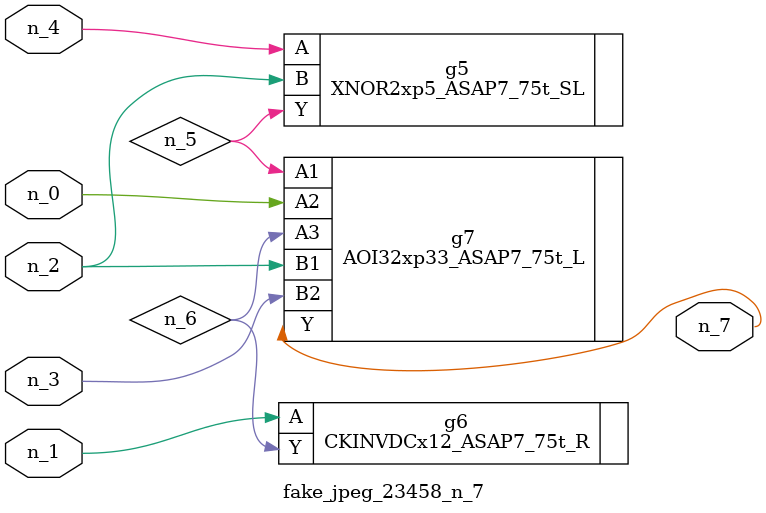
<source format=v>
module fake_jpeg_23458_n_7 (n_3, n_2, n_1, n_0, n_4, n_7);

input n_3;
input n_2;
input n_1;
input n_0;
input n_4;

output n_7;

wire n_6;
wire n_5;

XNOR2xp5_ASAP7_75t_SL g5 ( 
.A(n_4),
.B(n_2),
.Y(n_5)
);

CKINVDCx12_ASAP7_75t_R g6 ( 
.A(n_1),
.Y(n_6)
);

AOI32xp33_ASAP7_75t_L g7 ( 
.A1(n_5),
.A2(n_0),
.A3(n_6),
.B1(n_2),
.B2(n_3),
.Y(n_7)
);


endmodule
</source>
